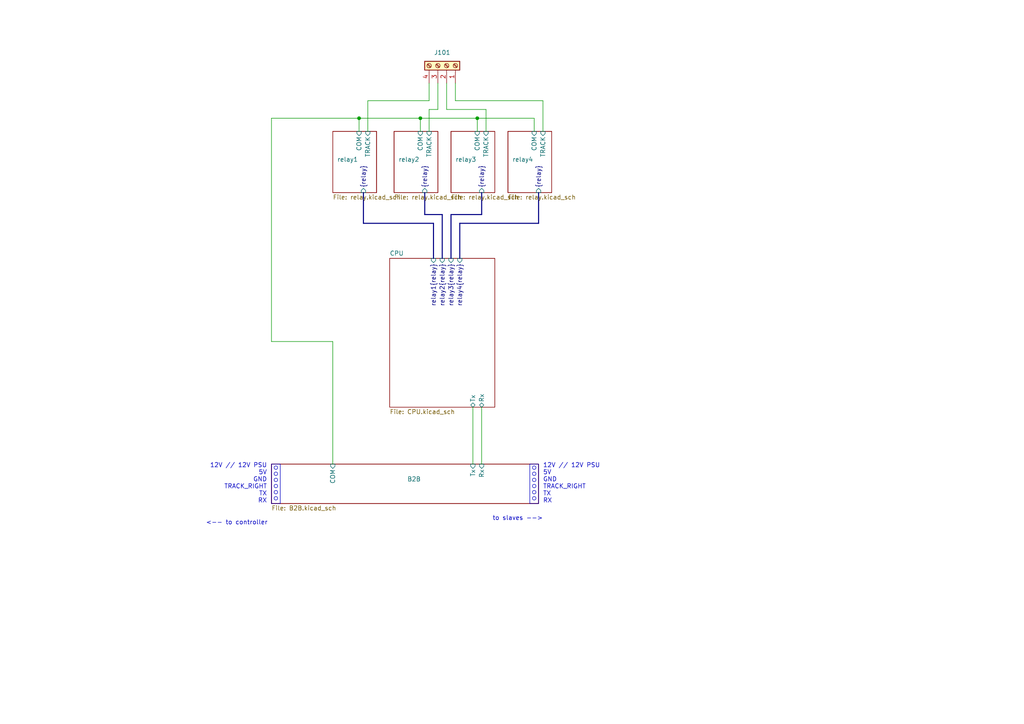
<source format=kicad_sch>
(kicad_sch (version 20230121) (generator eeschema)
  (paper "A4")
  (lib_symbols
    (symbol "Connector:Screw_Terminal_01x04" (pin_names (offset 1.016) hide)
      (property "Reference" "J" (at 0 5.08 0))
      (property "Value" "Screw_Terminal_01x04" (at 0 -7.62 0))
      (symbol "Screw_Terminal_01x04_1_1"
        (rectangle (start -1.27 3.81) (end 1.27 -6.35) (stroke (width 0.254)) (fill (type background)))
        (circle (center 0 -5.08) (radius 0.635) (stroke (width 0.1524)))
        (circle (center 0 -2.54) (radius 0.635) (stroke (width 0.1524)))
        (polyline (pts (xy -0.5334 -4.7498) (xy 0.3302 -5.588)) (stroke (width 0.1524)))
        (polyline (pts (xy -0.5334 -2.2098) (xy 0.3302 -3.048)) (stroke (width 0.1524)))
        (polyline (pts (xy -0.5334 0.3302) (xy 0.3302 -0.508)) (stroke (width 0.1524)))
        (polyline (pts (xy -0.5334 2.8702) (xy 0.3302 2.032)) (stroke (width 0.1524)))
        (polyline (pts (xy -0.3556 -4.572) (xy 0.508 -5.4102)) (stroke (width 0.1524)))
        (polyline (pts (xy -0.3556 -2.032) (xy 0.508 -2.8702)) (stroke (width 0.1524)))
        (polyline (pts (xy -0.3556 0.508) (xy 0.508 -0.3302)) (stroke (width 0.1524)))
        (polyline (pts (xy -0.3556 3.048) (xy 0.508 2.2098)) (stroke (width 0.1524)))
        (circle (center 0 0) (radius 0.635) (stroke (width 0.1524)))
        (circle (center 0 2.54) (radius 0.635) (stroke (width 0.1524)))
        (pin passive line (at -5.08 2.54 0) (length 3.81) (name "Pin_1") (number "1"))
        (pin passive line (at -5.08 0 0) (length 3.81) (name "Pin_2") (number "2"))
        (pin passive line (at -5.08 -2.54 0) (length 3.81) (name "Pin_3") (number "3"))
        (pin passive line (at -5.08 -5.08 0) (length 3.81) (name "Pin_4") (number "4"))
      )
    )
  )
  (bus_alias "relay" (members "relay" "sensor" "add"))
  (junction (at 138.43 34.29))
  (junction (at 104.14 34.29))
  (junction (at 121.92 34.29))
  (wire (pts (xy 154.94 38.1) (xy 154.94 34.29)))
  (bus (pts (xy 156.21 64.77) (xy 156.21 55.88)))
  (wire (pts (xy 129.54 24.13) (xy 129.54 31.75)))
  (wire (pts (xy 121.92 34.29) (xy 121.92 38.1)))
  (wire (pts (xy 138.43 34.29) (xy 138.43 38.1)))
  (bus (pts (xy 125.73 64.77) (xy 105.41 64.77)))
  (bus (pts (xy 139.7 62.23) (xy 139.7 55.88)))
  (bus (pts (xy 133.35 64.77) (xy 156.21 64.77)))
  (wire (pts (xy 132.08 29.21) (xy 157.48 29.21)))
  (wire (pts (xy 78.74 34.29) (xy 104.14 34.29)))
  (wire (pts (xy 78.74 99.06) (xy 78.74 34.29)))
  (wire (pts (xy 104.14 34.29) (xy 104.14 38.1)))
  (bus (pts (xy 133.35 74.93) (xy 133.35 64.77)))
  (wire (pts (xy 106.68 29.21) (xy 124.46 29.21)))
  (wire (pts (xy 154.94 34.29) (xy 138.43 34.29)))
  (bus (pts (xy 128.27 62.23) (xy 123.19 62.23)))
  (wire (pts (xy 132.08 24.13) (xy 132.08 29.21)))
  (wire (pts (xy 157.48 29.21) (xy 157.48 38.1)))
  (wire (pts (xy 96.52 99.06) (xy 78.74 99.06)))
  (wire (pts (xy 96.52 134.62) (xy 96.52 99.06)))
  (bus (pts (xy 130.81 74.93) (xy 130.81 62.23)))
  (wire (pts (xy 121.92 34.29) (xy 104.14 34.29)))
  (bus (pts (xy 105.41 64.77) (xy 105.41 55.88)))
  (bus (pts (xy 125.73 74.93) (xy 125.73 64.77)))
  (wire (pts (xy 139.7 118.11) (xy 139.7 134.62)))
  (wire (pts (xy 129.54 31.75) (xy 140.97 31.75)))
  (wire (pts (xy 127 31.75) (xy 127 24.13)))
  (wire (pts (xy 140.97 31.75) (xy 140.97 38.1)))
  (wire (pts (xy 137.16 118.11) (xy 137.16 134.62)))
  (wire (pts (xy 138.43 34.29) (xy 121.92 34.29)))
  (wire (pts (xy 124.46 31.75) (xy 127 31.75)))
  (bus (pts (xy 130.81 62.23) (xy 139.7 62.23)))
  (wire (pts (xy 124.46 29.21) (xy 124.46 24.13)))
  (bus (pts (xy 128.27 74.93) (xy 128.27 62.23)))
  (bus (pts (xy 123.19 62.23) (xy 123.19 55.88)))
  (wire (pts (xy 106.68 38.1) (xy 106.68 29.21)))
  (wire (pts (xy 124.46 38.1) (xy 124.46 31.75)))
  (rectangle (start 78.74 134.62) (end 81.28 146.05))
  (circle (center 154.94 140.97) (radius 0.508))
  (circle (center 80.01 139.192) (radius 0.508))
  (circle (center 80.01 140.97) (radius 0.508))
  (circle (center 80.01 142.748) (radius 0.508))
  (circle (center 154.94 137.414) (radius 0.508))
  (rectangle (start 153.67 134.62) (end 156.21 146.05))
  (circle (center 80.01 135.636) (radius 0.508))
  (circle (center 154.94 144.526) (radius 0.508))
  (circle (center 154.94 139.192) (radius 0.508))
  (circle (center 80.01 144.526) (radius 0.508))
  (circle (center 154.94 142.748) (radius 0.508))
  (circle (center 80.01 137.414) (radius 0.508))
  (circle (center 154.94 135.636) (radius 0.508))
  (text "12V // 12V PSU\n5V\nGND\nTRACK_RIGHT\nTX\nRX" (at 77.47 146.05 0) (effects (font (size 1.27 1.27)) (justify right bottom)))
  (text "<-- to controller" (at 59.69 152.4 0) (effects (font (size 1.27 1.27)) (justify left bottom)))
  (text "to slaves -->" (at 157.48 151.13 0) (effects (font (size 1.27 1.27)) (justify right bottom)))
  (text "12V // 12V PSU\n5V\nGND\nTRACK_RIGHT\nTX\nRX" (at 157.48 146.05 0) (effects (font (size 1.27 1.27)) (justify left bottom)))
  (symbol (lib_id "Connector:Screw_Terminal_01x04") (at 129.54 19.05 270) (mirror x) (unit 1)
    (property "Reference" "J101" (at 128.27 15.24 90))
    (property "Value" "Screw_Terminal_01x04" (effects hide))
    (property "Footprint" "TerminalBlock_Phoenix:TerminalBlock_Phoenix_MKDS-1,5-4-5.08_1x04_P5.08mm_Horizontal" (effects hide))
  )
  (sheet (at 78.74 134.62) (size 77.47 11.43) (stroke (width 0.1524))
    (property "Sheetname" "B2B" (at 118.11 139.7 0) (effects (justify left bottom)))
    (property "Sheetfile" "B2B.kicad_sch" (at 78.74 146.6346 0) (effects (justify left top)))
    (pin "Tx" input (at 137.16 134.62 90))
    (pin "COM" input (at 96.52 134.62 90))
    (pin "Rx" input (at 139.7 134.62 90))
  )
  (sheet (at 113.03 74.93) (size 30.48 43.18) (stroke (width 0.1524))
    (property "Sheetname" "CPU" (at 113.03 74.2184 0) (effects (justify left bottom)))
    (property "Sheetfile" "CPU.kicad_sch" (at 113.03 118.6946 0) (effects (justify left top)))
    (pin "Rx" bidirectional (at 139.7 118.11 270))
    (pin "Tx" bidirectional (at 137.16 118.11 270))
    (pin "relay4{relay}" input (at 133.35 74.93 90))
    (pin "relay1{relay}" input (at 125.73 74.93 90))
    (pin "relay2{relay}" input (at 128.27 74.93 90))
    (pin "relay3{relay}" input (at 130.81 74.93 90))
  )
  (sheet (at 114.3 38.1) (size 12.7 17.78) (stroke (width 0.1524))
    (property "Sheetname" "relay2" (at 115.57 46.99 0) (effects (justify left bottom)))
    (property "Sheetfile" "relay.kicad_sch" (at 114.3 56.4646 0) (effects (justify left top)))
    (pin "TRACK" input (at 124.46 38.1 90))
    (pin "{relay}" input (at 123.19 55.88 270))
    (pin "COM" input (at 121.92 38.1 90))
  )
  (sheet (at 96.52 38.1) (size 12.7 17.78) (stroke (width 0.1524))
    (property "Sheetname" "relay1" (at 97.79 46.99 0) (effects (justify left bottom)))
    (property "Sheetfile" "relay.kicad_sch" (at 96.52 56.4646 0) (effects (justify left top)))
    (pin "TRACK" input (at 106.68 38.1 90))
    (pin "{relay}" input (at 105.41 55.88 270))
    (pin "COM" input (at 104.14 38.1 90))
  )
  (sheet (at 147.32 38.1) (size 12.7 17.78) (stroke (width 0.1524))
    (property "Sheetname" "relay4" (at 148.59 46.99 0) (effects (justify left bottom)))
    (property "Sheetfile" "relay.kicad_sch" (at 147.32 56.4646 0) (effects (justify left top)))
    (pin "TRACK" input (at 157.48 38.1 90))
    (pin "{relay}" input (at 156.21 55.88 270))
    (pin "COM" input (at 154.94 38.1 90))
  )
  (sheet (at 130.81 38.1) (size 12.7 17.78) (stroke (width 0.1524))
    (property "Sheetname" "relay3" (at 132.08 46.99 0) (effects (justify left bottom)))
    (property "Sheetfile" "relay.kicad_sch" (at 130.81 56.4646 0) (effects (justify left top)))
    (pin "TRACK" input (at 140.97 38.1 90))
    (pin "{relay}" input (at 139.7 55.88 270))
    (pin "COM" input (at 138.43 38.1 90))
  )
)
</source>
